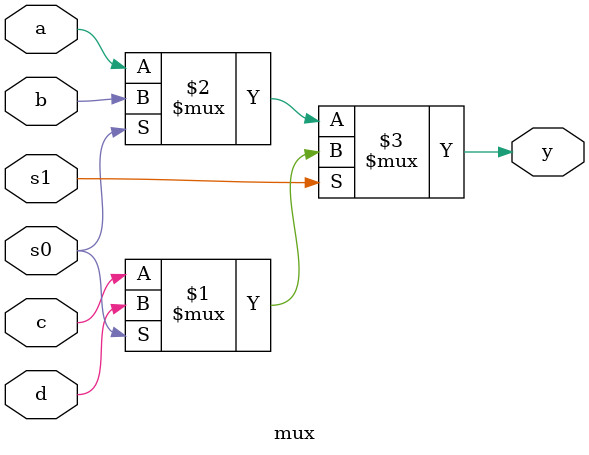
<source format=v>
module mux(a,b,c,d,s0,s1,y);
input a,b,c,d,s0,s1;
output y;
assign y=s1 ?(s0?d:c):(s0?b:a);
endmodule


</source>
